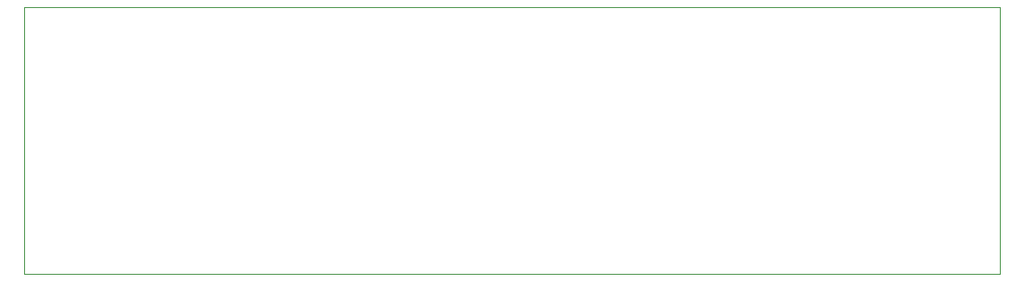
<source format=gko>
G75*
%MOIN*%
%OFA0B0*%
%FSLAX25Y25*%
%IPPOS*%
%LPD*%
%AMOC8*
5,1,8,0,0,1.08239X$1,22.5*
%
%ADD10C,0.00000*%
D10*
X0008783Y0006800D02*
X0008783Y0106761D01*
X0372484Y0106761D01*
X0372484Y0006800D01*
X0008783Y0006800D01*
M02*

</source>
